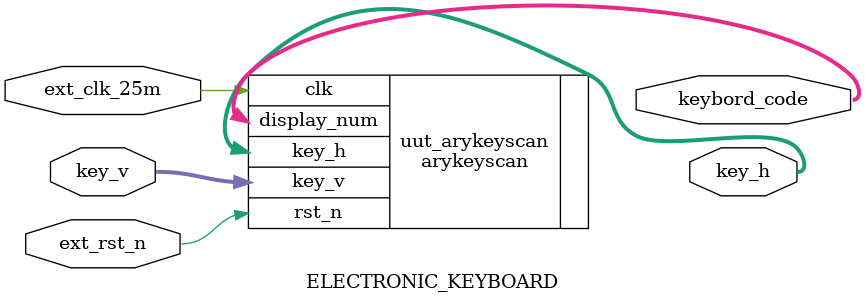
<source format=v>
module ELECTRONIC_KEYBOARD(
	input ext_clk_25m,		 // 25MHz 频率信号
	input ext_rst_n,			 // 复位信号 
	input[3:0] key_v,			 // 4个列按键输入
	output[3:0] key_h,		 // 4个行按键输出
	output[15:0] keybord_code // 电子琴按键值
);


arykeyscan uut_arykeyscan(
	.clk(ext_clk_25m),
	.rst_n(ext_rst_n),
	.key_v(key_v),
	.key_h(key_h),						// (输出)
	.display_num(keybord_code)	// (输出)
);
endmodule 
</source>
